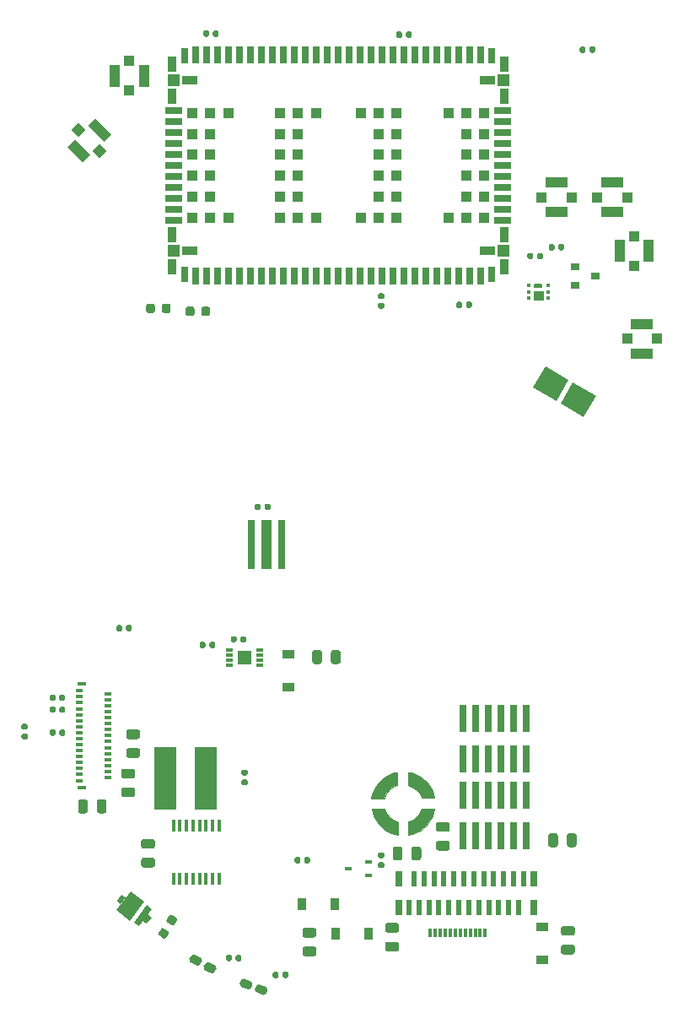
<source format=gbr>
G04 #@! TF.GenerationSoftware,KiCad,Pcbnew,5.1.6+dfsg1-1~bpo10+1*
G04 #@! TF.CreationDate,2021-06-28T17:41:37-04:00*
G04 #@! TF.ProjectId,RUSP_Mainboard,52555350-5f4d-4616-996e-626f6172642e,rev?*
G04 #@! TF.SameCoordinates,Original*
G04 #@! TF.FileFunction,Paste,Top*
G04 #@! TF.FilePolarity,Positive*
%FSLAX46Y46*%
G04 Gerber Fmt 4.6, Leading zero omitted, Abs format (unit mm)*
G04 Created by KiCad (PCBNEW 5.1.6+dfsg1-1~bpo10+1) date 2021-06-28 17:41:37*
%MOMM*%
%LPD*%
G01*
G04 APERTURE LIST*
%ADD10C,0.100000*%
%ADD11C,0.010000*%
%ADD12R,1.050000X1.050000*%
%ADD13R,1.750000X0.750000*%
%ADD14R,0.850000X1.550000*%
%ADD15R,0.750000X1.750000*%
%ADD16R,1.150000X1.150000*%
%ADD17R,1.550000X0.850000*%
%ADD18R,0.800000X1.500000*%
%ADD19R,0.950000X0.400000*%
%ADD20R,0.650000X0.300000*%
%ADD21R,0.800000X0.300000*%
%ADD22R,1.000000X1.000000*%
%ADD23R,2.200000X1.050000*%
%ADD24R,1.050000X2.200000*%
%ADD25R,0.740000X2.790000*%
%ADD26R,2.200000X6.300000*%
%ADD27R,0.700000X5.000000*%
%ADD28R,1.000000X5.000000*%
%ADD29R,0.750000X0.300000*%
%ADD30R,1.360000X1.460000*%
%ADD31R,0.450000X0.300000*%
%ADD32R,0.800000X1.600000*%
%ADD33R,0.600000X1.600000*%
%ADD34R,0.350000X0.890000*%
%ADD35R,0.406400X1.270000*%
%ADD36R,1.200000X0.900000*%
%ADD37R,0.900000X1.200000*%
%ADD38R,0.700000X0.450000*%
%ADD39R,0.900000X0.800000*%
G04 APERTURE END LIST*
D10*
G36*
X154875000Y-130925000D02*
G01*
X155225000Y-131050000D01*
X155550000Y-131200000D01*
X155825000Y-131375000D01*
X156075000Y-131575000D01*
X156275000Y-131750000D01*
X156425000Y-131925000D01*
X156625000Y-132175000D01*
X156800000Y-132450000D01*
X156925000Y-132725000D01*
X157075000Y-133100000D01*
X157150000Y-133450000D01*
X155825000Y-133450000D01*
X155750000Y-133200000D01*
X155600000Y-132950000D01*
X155375000Y-132650000D01*
X155025000Y-132375000D01*
X154525000Y-132150000D01*
X154525000Y-130850000D01*
X154875000Y-130925000D01*
G37*
X154875000Y-130925000D02*
X155225000Y-131050000D01*
X155550000Y-131200000D01*
X155825000Y-131375000D01*
X156075000Y-131575000D01*
X156275000Y-131750000D01*
X156425000Y-131925000D01*
X156625000Y-132175000D01*
X156800000Y-132450000D01*
X156925000Y-132725000D01*
X157075000Y-133100000D01*
X157150000Y-133450000D01*
X155825000Y-133450000D01*
X155750000Y-133200000D01*
X155600000Y-132950000D01*
X155375000Y-132650000D01*
X155025000Y-132375000D01*
X154525000Y-132150000D01*
X154525000Y-130850000D01*
X154875000Y-130925000D01*
G36*
X157075000Y-134875000D02*
G01*
X156950000Y-135225000D01*
X156800000Y-135550000D01*
X156625000Y-135825000D01*
X156425000Y-136075000D01*
X156250000Y-136275000D01*
X156075000Y-136425000D01*
X155825000Y-136625000D01*
X155550000Y-136800000D01*
X155275000Y-136925000D01*
X154900000Y-137075000D01*
X154550000Y-137150000D01*
X154550000Y-135825000D01*
X154800000Y-135750000D01*
X155050000Y-135600000D01*
X155350000Y-135375000D01*
X155625000Y-135025000D01*
X155850000Y-134525000D01*
X157150000Y-134525000D01*
X157075000Y-134875000D01*
G37*
X157075000Y-134875000D02*
X156950000Y-135225000D01*
X156800000Y-135550000D01*
X156625000Y-135825000D01*
X156425000Y-136075000D01*
X156250000Y-136275000D01*
X156075000Y-136425000D01*
X155825000Y-136625000D01*
X155550000Y-136800000D01*
X155275000Y-136925000D01*
X154900000Y-137075000D01*
X154550000Y-137150000D01*
X154550000Y-135825000D01*
X154800000Y-135750000D01*
X155050000Y-135600000D01*
X155350000Y-135375000D01*
X155625000Y-135025000D01*
X155850000Y-134525000D01*
X157150000Y-134525000D01*
X157075000Y-134875000D01*
G36*
X153125000Y-137075000D02*
G01*
X152775000Y-136950000D01*
X152450000Y-136800000D01*
X152175000Y-136625000D01*
X151925000Y-136425000D01*
X151725000Y-136250000D01*
X151575000Y-136075000D01*
X151375000Y-135825000D01*
X151200000Y-135550000D01*
X151075000Y-135275000D01*
X150925000Y-134900000D01*
X150850000Y-134550000D01*
X152175000Y-134550000D01*
X152250000Y-134800000D01*
X152400000Y-135050000D01*
X152625000Y-135350000D01*
X152975000Y-135625000D01*
X153475000Y-135850000D01*
X153475000Y-137150000D01*
X153125000Y-137075000D01*
G37*
X153125000Y-137075000D02*
X152775000Y-136950000D01*
X152450000Y-136800000D01*
X152175000Y-136625000D01*
X151925000Y-136425000D01*
X151725000Y-136250000D01*
X151575000Y-136075000D01*
X151375000Y-135825000D01*
X151200000Y-135550000D01*
X151075000Y-135275000D01*
X150925000Y-134900000D01*
X150850000Y-134550000D01*
X152175000Y-134550000D01*
X152250000Y-134800000D01*
X152400000Y-135050000D01*
X152625000Y-135350000D01*
X152975000Y-135625000D01*
X153475000Y-135850000D01*
X153475000Y-137150000D01*
X153125000Y-137075000D01*
G36*
X150900000Y-133125000D02*
G01*
X151025000Y-132775000D01*
X151175000Y-132450000D01*
X151350000Y-132175000D01*
X151550000Y-131925000D01*
X151725000Y-131725000D01*
X151900000Y-131575000D01*
X152150000Y-131375000D01*
X152425000Y-131200000D01*
X152700000Y-131075000D01*
X153075000Y-130925000D01*
X153425000Y-130850000D01*
X153425000Y-132175000D01*
X153175000Y-132250000D01*
X152925000Y-132400000D01*
X152625000Y-132625000D01*
X152350000Y-132975000D01*
X152125000Y-133475000D01*
X150825000Y-133475000D01*
X150900000Y-133125000D01*
G37*
X150900000Y-133125000D02*
X151025000Y-132775000D01*
X151175000Y-132450000D01*
X151350000Y-132175000D01*
X151550000Y-131925000D01*
X151725000Y-131725000D01*
X151900000Y-131575000D01*
X152150000Y-131375000D01*
X152425000Y-131200000D01*
X152700000Y-131075000D01*
X153075000Y-130925000D01*
X153425000Y-130850000D01*
X153425000Y-132175000D01*
X153175000Y-132250000D01*
X152925000Y-132400000D01*
X152625000Y-132625000D01*
X152350000Y-132975000D01*
X152125000Y-133475000D01*
X150825000Y-133475000D01*
X150900000Y-133125000D01*
D11*
G36*
X167205000Y-81905000D02*
G01*
X167805000Y-81905000D01*
X167807617Y-81905069D01*
X167810226Y-81905274D01*
X167812822Y-81905616D01*
X167815396Y-81906093D01*
X167817941Y-81906704D01*
X167820451Y-81907447D01*
X167822918Y-81908321D01*
X167825337Y-81909323D01*
X167827700Y-81910450D01*
X167830000Y-81911699D01*
X167832232Y-81913066D01*
X167834389Y-81914549D01*
X167836466Y-81916143D01*
X167838457Y-81917843D01*
X167840355Y-81919645D01*
X167842157Y-81921543D01*
X167843857Y-81923534D01*
X167845451Y-81925611D01*
X167846934Y-81927768D01*
X167848301Y-81930000D01*
X167849550Y-81932300D01*
X167850677Y-81934663D01*
X167851679Y-81937082D01*
X167852553Y-81939549D01*
X167853296Y-81942059D01*
X167853907Y-81944604D01*
X167854384Y-81947178D01*
X167854726Y-81949774D01*
X167854931Y-81952383D01*
X167855000Y-81955000D01*
X167855000Y-82145000D01*
X167854931Y-82147617D01*
X167854726Y-82150226D01*
X167854384Y-82152822D01*
X167853907Y-82155396D01*
X167853296Y-82157941D01*
X167852553Y-82160451D01*
X167851679Y-82162918D01*
X167850677Y-82165337D01*
X167849550Y-82167700D01*
X167848301Y-82170000D01*
X167846934Y-82172232D01*
X167845451Y-82174389D01*
X167843857Y-82176466D01*
X167842157Y-82178457D01*
X167840355Y-82180355D01*
X167838457Y-82182157D01*
X167836466Y-82183857D01*
X167834389Y-82185451D01*
X167832232Y-82186934D01*
X167830000Y-82188301D01*
X167827700Y-82189550D01*
X167825337Y-82190677D01*
X167822918Y-82191679D01*
X167820451Y-82192553D01*
X167817941Y-82193296D01*
X167815396Y-82193907D01*
X167812822Y-82194384D01*
X167810226Y-82194726D01*
X167807617Y-82194931D01*
X167805000Y-82195000D01*
X167205000Y-82195000D01*
X167202383Y-82194931D01*
X167199774Y-82194726D01*
X167197178Y-82194384D01*
X167194604Y-82193907D01*
X167192059Y-82193296D01*
X167189549Y-82192553D01*
X167187082Y-82191679D01*
X167184663Y-82190677D01*
X167182300Y-82189550D01*
X167180000Y-82188301D01*
X167177768Y-82186934D01*
X167175611Y-82185451D01*
X167173534Y-82183857D01*
X167171543Y-82182157D01*
X167169645Y-82180355D01*
X167167843Y-82178457D01*
X167166143Y-82176466D01*
X167164549Y-82174389D01*
X167163066Y-82172232D01*
X167161699Y-82170000D01*
X167160450Y-82167700D01*
X167159323Y-82165337D01*
X167158321Y-82162918D01*
X167157447Y-82160451D01*
X167156704Y-82157941D01*
X167156093Y-82155396D01*
X167155616Y-82152822D01*
X167155274Y-82150226D01*
X167155069Y-82147617D01*
X167155000Y-82145000D01*
X167155000Y-81955000D01*
X167155069Y-81952383D01*
X167155274Y-81949774D01*
X167155616Y-81947178D01*
X167156093Y-81944604D01*
X167156704Y-81942059D01*
X167157447Y-81939549D01*
X167158321Y-81937082D01*
X167159323Y-81934663D01*
X167160450Y-81932300D01*
X167161699Y-81930000D01*
X167163066Y-81927768D01*
X167164549Y-81925611D01*
X167166143Y-81923534D01*
X167167843Y-81921543D01*
X167169645Y-81919645D01*
X167171543Y-81917843D01*
X167173534Y-81916143D01*
X167175611Y-81914549D01*
X167177768Y-81913066D01*
X167180000Y-81911699D01*
X167182300Y-81910450D01*
X167184663Y-81909323D01*
X167187082Y-81908321D01*
X167189549Y-81907447D01*
X167192059Y-81906704D01*
X167194604Y-81906093D01*
X167197178Y-81905616D01*
X167199774Y-81905274D01*
X167202383Y-81905069D01*
X167205000Y-81905000D01*
G37*
X167205000Y-81905000D02*
X167805000Y-81905000D01*
X167807617Y-81905069D01*
X167810226Y-81905274D01*
X167812822Y-81905616D01*
X167815396Y-81906093D01*
X167817941Y-81906704D01*
X167820451Y-81907447D01*
X167822918Y-81908321D01*
X167825337Y-81909323D01*
X167827700Y-81910450D01*
X167830000Y-81911699D01*
X167832232Y-81913066D01*
X167834389Y-81914549D01*
X167836466Y-81916143D01*
X167838457Y-81917843D01*
X167840355Y-81919645D01*
X167842157Y-81921543D01*
X167843857Y-81923534D01*
X167845451Y-81925611D01*
X167846934Y-81927768D01*
X167848301Y-81930000D01*
X167849550Y-81932300D01*
X167850677Y-81934663D01*
X167851679Y-81937082D01*
X167852553Y-81939549D01*
X167853296Y-81942059D01*
X167853907Y-81944604D01*
X167854384Y-81947178D01*
X167854726Y-81949774D01*
X167854931Y-81952383D01*
X167855000Y-81955000D01*
X167855000Y-82145000D01*
X167854931Y-82147617D01*
X167854726Y-82150226D01*
X167854384Y-82152822D01*
X167853907Y-82155396D01*
X167853296Y-82157941D01*
X167852553Y-82160451D01*
X167851679Y-82162918D01*
X167850677Y-82165337D01*
X167849550Y-82167700D01*
X167848301Y-82170000D01*
X167846934Y-82172232D01*
X167845451Y-82174389D01*
X167843857Y-82176466D01*
X167842157Y-82178457D01*
X167840355Y-82180355D01*
X167838457Y-82182157D01*
X167836466Y-82183857D01*
X167834389Y-82185451D01*
X167832232Y-82186934D01*
X167830000Y-82188301D01*
X167827700Y-82189550D01*
X167825337Y-82190677D01*
X167822918Y-82191679D01*
X167820451Y-82192553D01*
X167817941Y-82193296D01*
X167815396Y-82193907D01*
X167812822Y-82194384D01*
X167810226Y-82194726D01*
X167807617Y-82194931D01*
X167805000Y-82195000D01*
X167205000Y-82195000D01*
X167202383Y-82194931D01*
X167199774Y-82194726D01*
X167197178Y-82194384D01*
X167194604Y-82193907D01*
X167192059Y-82193296D01*
X167189549Y-82192553D01*
X167187082Y-82191679D01*
X167184663Y-82190677D01*
X167182300Y-82189550D01*
X167180000Y-82188301D01*
X167177768Y-82186934D01*
X167175611Y-82185451D01*
X167173534Y-82183857D01*
X167171543Y-82182157D01*
X167169645Y-82180355D01*
X167167843Y-82178457D01*
X167166143Y-82176466D01*
X167164549Y-82174389D01*
X167163066Y-82172232D01*
X167161699Y-82170000D01*
X167160450Y-82167700D01*
X167159323Y-82165337D01*
X167158321Y-82162918D01*
X167157447Y-82160451D01*
X167156704Y-82157941D01*
X167156093Y-82155396D01*
X167155616Y-82152822D01*
X167155274Y-82150226D01*
X167155069Y-82147617D01*
X167155000Y-82145000D01*
X167155000Y-81955000D01*
X167155069Y-81952383D01*
X167155274Y-81949774D01*
X167155616Y-81947178D01*
X167156093Y-81944604D01*
X167156704Y-81942059D01*
X167157447Y-81939549D01*
X167158321Y-81937082D01*
X167159323Y-81934663D01*
X167160450Y-81932300D01*
X167161699Y-81930000D01*
X167163066Y-81927768D01*
X167164549Y-81925611D01*
X167166143Y-81923534D01*
X167167843Y-81921543D01*
X167169645Y-81919645D01*
X167171543Y-81917843D01*
X167173534Y-81916143D01*
X167175611Y-81914549D01*
X167177768Y-81913066D01*
X167180000Y-81911699D01*
X167182300Y-81910450D01*
X167184663Y-81909323D01*
X167187082Y-81908321D01*
X167189549Y-81907447D01*
X167192059Y-81906704D01*
X167194604Y-81906093D01*
X167197178Y-81905616D01*
X167199774Y-81905274D01*
X167202383Y-81905069D01*
X167205000Y-81905000D01*
G36*
X168000000Y-83455000D02*
G01*
X167200000Y-83455000D01*
X167197383Y-83454931D01*
X167194774Y-83454726D01*
X167192178Y-83454384D01*
X167189604Y-83453907D01*
X167187059Y-83453296D01*
X167184549Y-83452553D01*
X167182082Y-83451679D01*
X167179663Y-83450677D01*
X167177300Y-83449550D01*
X167175000Y-83448301D01*
X167172768Y-83446934D01*
X167170611Y-83445451D01*
X167168534Y-83443857D01*
X167166543Y-83442157D01*
X167164645Y-83440355D01*
X167162843Y-83438457D01*
X167161143Y-83436466D01*
X167159549Y-83434389D01*
X167158066Y-83432232D01*
X167156699Y-83430000D01*
X167155450Y-83427700D01*
X167154323Y-83425337D01*
X167153321Y-83422918D01*
X167152447Y-83420451D01*
X167151704Y-83417941D01*
X167151093Y-83415396D01*
X167150616Y-83412822D01*
X167150274Y-83410226D01*
X167150069Y-83407617D01*
X167150000Y-83405000D01*
X167150000Y-82645000D01*
X167150069Y-82642383D01*
X167150274Y-82639774D01*
X167150616Y-82637178D01*
X167151093Y-82634604D01*
X167151704Y-82632059D01*
X167152447Y-82629549D01*
X167153321Y-82627082D01*
X167154323Y-82624663D01*
X167155450Y-82622300D01*
X167156699Y-82620000D01*
X167158066Y-82617768D01*
X167159549Y-82615611D01*
X167161143Y-82613534D01*
X167162843Y-82611543D01*
X167164645Y-82609645D01*
X167166543Y-82607843D01*
X167168534Y-82606143D01*
X167170611Y-82604549D01*
X167172768Y-82603066D01*
X167175000Y-82601699D01*
X167177300Y-82600450D01*
X167179663Y-82599323D01*
X167182082Y-82598321D01*
X167184549Y-82597447D01*
X167187059Y-82596704D01*
X167189604Y-82596093D01*
X167192178Y-82595616D01*
X167194774Y-82595274D01*
X167197383Y-82595069D01*
X167200000Y-82595000D01*
X168000000Y-82595000D01*
X168002617Y-82595069D01*
X168005226Y-82595274D01*
X168007822Y-82595616D01*
X168010396Y-82596093D01*
X168012941Y-82596704D01*
X168015451Y-82597447D01*
X168017918Y-82598321D01*
X168020337Y-82599323D01*
X168022700Y-82600450D01*
X168025000Y-82601699D01*
X168027232Y-82603066D01*
X168029389Y-82604549D01*
X168031466Y-82606143D01*
X168033457Y-82607843D01*
X168035355Y-82609645D01*
X168037157Y-82611543D01*
X168038857Y-82613534D01*
X168040451Y-82615611D01*
X168041934Y-82617768D01*
X168043301Y-82620000D01*
X168044550Y-82622300D01*
X168045677Y-82624663D01*
X168046679Y-82627082D01*
X168047553Y-82629549D01*
X168048296Y-82632059D01*
X168048907Y-82634604D01*
X168049384Y-82637178D01*
X168049726Y-82639774D01*
X168049931Y-82642383D01*
X168050000Y-82645000D01*
X168050000Y-83405000D01*
X168049931Y-83407617D01*
X168049726Y-83410226D01*
X168049384Y-83412822D01*
X168048907Y-83415396D01*
X168048296Y-83417941D01*
X168047553Y-83420451D01*
X168046679Y-83422918D01*
X168045677Y-83425337D01*
X168044550Y-83427700D01*
X168043301Y-83430000D01*
X168041934Y-83432232D01*
X168040451Y-83434389D01*
X168038857Y-83436466D01*
X168037157Y-83438457D01*
X168035355Y-83440355D01*
X168033457Y-83442157D01*
X168031466Y-83443857D01*
X168029389Y-83445451D01*
X168027232Y-83446934D01*
X168025000Y-83448301D01*
X168022700Y-83449550D01*
X168020337Y-83450677D01*
X168017918Y-83451679D01*
X168015451Y-83452553D01*
X168012941Y-83453296D01*
X168010396Y-83453907D01*
X168007822Y-83454384D01*
X168005226Y-83454726D01*
X168002617Y-83454931D01*
X168000000Y-83455000D01*
G37*
X168000000Y-83455000D02*
X167200000Y-83455000D01*
X167197383Y-83454931D01*
X167194774Y-83454726D01*
X167192178Y-83454384D01*
X167189604Y-83453907D01*
X167187059Y-83453296D01*
X167184549Y-83452553D01*
X167182082Y-83451679D01*
X167179663Y-83450677D01*
X167177300Y-83449550D01*
X167175000Y-83448301D01*
X167172768Y-83446934D01*
X167170611Y-83445451D01*
X167168534Y-83443857D01*
X167166543Y-83442157D01*
X167164645Y-83440355D01*
X167162843Y-83438457D01*
X167161143Y-83436466D01*
X167159549Y-83434389D01*
X167158066Y-83432232D01*
X167156699Y-83430000D01*
X167155450Y-83427700D01*
X167154323Y-83425337D01*
X167153321Y-83422918D01*
X167152447Y-83420451D01*
X167151704Y-83417941D01*
X167151093Y-83415396D01*
X167150616Y-83412822D01*
X167150274Y-83410226D01*
X167150069Y-83407617D01*
X167150000Y-83405000D01*
X167150000Y-82645000D01*
X167150069Y-82642383D01*
X167150274Y-82639774D01*
X167150616Y-82637178D01*
X167151093Y-82634604D01*
X167151704Y-82632059D01*
X167152447Y-82629549D01*
X167153321Y-82627082D01*
X167154323Y-82624663D01*
X167155450Y-82622300D01*
X167156699Y-82620000D01*
X167158066Y-82617768D01*
X167159549Y-82615611D01*
X167161143Y-82613534D01*
X167162843Y-82611543D01*
X167164645Y-82609645D01*
X167166543Y-82607843D01*
X167168534Y-82606143D01*
X167170611Y-82604549D01*
X167172768Y-82603066D01*
X167175000Y-82601699D01*
X167177300Y-82600450D01*
X167179663Y-82599323D01*
X167182082Y-82598321D01*
X167184549Y-82597447D01*
X167187059Y-82596704D01*
X167189604Y-82596093D01*
X167192178Y-82595616D01*
X167194774Y-82595274D01*
X167197383Y-82595069D01*
X167200000Y-82595000D01*
X168000000Y-82595000D01*
X168002617Y-82595069D01*
X168005226Y-82595274D01*
X168007822Y-82595616D01*
X168010396Y-82596093D01*
X168012941Y-82596704D01*
X168015451Y-82597447D01*
X168017918Y-82598321D01*
X168020337Y-82599323D01*
X168022700Y-82600450D01*
X168025000Y-82601699D01*
X168027232Y-82603066D01*
X168029389Y-82604549D01*
X168031466Y-82606143D01*
X168033457Y-82607843D01*
X168035355Y-82609645D01*
X168037157Y-82611543D01*
X168038857Y-82613534D01*
X168040451Y-82615611D01*
X168041934Y-82617768D01*
X168043301Y-82620000D01*
X168044550Y-82622300D01*
X168045677Y-82624663D01*
X168046679Y-82627082D01*
X168047553Y-82629549D01*
X168048296Y-82632059D01*
X168048907Y-82634604D01*
X168049384Y-82637178D01*
X168049726Y-82639774D01*
X168049931Y-82642383D01*
X168050000Y-82645000D01*
X168050000Y-83405000D01*
X168049931Y-83407617D01*
X168049726Y-83410226D01*
X168049384Y-83412822D01*
X168048907Y-83415396D01*
X168048296Y-83417941D01*
X168047553Y-83420451D01*
X168046679Y-83422918D01*
X168045677Y-83425337D01*
X168044550Y-83427700D01*
X168043301Y-83430000D01*
X168041934Y-83432232D01*
X168040451Y-83434389D01*
X168038857Y-83436466D01*
X168037157Y-83438457D01*
X168035355Y-83440355D01*
X168033457Y-83442157D01*
X168031466Y-83443857D01*
X168029389Y-83445451D01*
X168027232Y-83446934D01*
X168025000Y-83448301D01*
X168022700Y-83449550D01*
X168020337Y-83450677D01*
X168017918Y-83451679D01*
X168015451Y-83452553D01*
X168012941Y-83453296D01*
X168010396Y-83453907D01*
X168007822Y-83454384D01*
X168005226Y-83454726D01*
X168002617Y-83454931D01*
X168000000Y-83455000D01*
D12*
X162150000Y-71050000D03*
X158550000Y-75250000D03*
X160350000Y-68950000D03*
X162150000Y-66850000D03*
X160350000Y-71050000D03*
X158550000Y-64750000D03*
X160350000Y-75250000D03*
X162150000Y-73150000D03*
X160350000Y-64750000D03*
X162150000Y-75250000D03*
X162150000Y-64750000D03*
X162150000Y-68950000D03*
X160350000Y-73150000D03*
X160350000Y-66850000D03*
X153350000Y-64750000D03*
X151550000Y-75250000D03*
X151550000Y-73150000D03*
X151550000Y-66850000D03*
X151550000Y-68950000D03*
X151550000Y-64750000D03*
X153350000Y-68950000D03*
X153350000Y-73150000D03*
X153350000Y-75250000D03*
X149750000Y-64750000D03*
X153350000Y-71050000D03*
X151550000Y-71050000D03*
X153350000Y-66850000D03*
X149750000Y-75250000D03*
X145250000Y-64750000D03*
X141650000Y-64750000D03*
X141650000Y-68950000D03*
X143450000Y-71050000D03*
X141650000Y-73150000D03*
X143450000Y-68950000D03*
X143450000Y-75250000D03*
X141650000Y-75250000D03*
X143450000Y-64750000D03*
X145250000Y-75250000D03*
X143450000Y-73150000D03*
X143450000Y-66850000D03*
X141650000Y-66850000D03*
X141650000Y-71050000D03*
X136450000Y-75250000D03*
X132850000Y-73150000D03*
X134650000Y-73150000D03*
X134650000Y-71050000D03*
X132850000Y-75250000D03*
X132850000Y-71050000D03*
X134650000Y-75250000D03*
X136450000Y-64750000D03*
X134650000Y-66850000D03*
X134650000Y-64750000D03*
X134650000Y-68950000D03*
X132850000Y-68950000D03*
X132850000Y-66850000D03*
X132850000Y-64750000D03*
D13*
X131000000Y-64500000D03*
X131000000Y-71100000D03*
X131000000Y-66700000D03*
X131000000Y-72200000D03*
X131000000Y-67800000D03*
X131000000Y-73300000D03*
X131000000Y-65600000D03*
X131000000Y-70000000D03*
X131000000Y-75500000D03*
X131000000Y-74400000D03*
X131000000Y-68900000D03*
X164000000Y-64500000D03*
X164000000Y-71100000D03*
X164000000Y-66700000D03*
X164000000Y-72200000D03*
X164000000Y-67800000D03*
X164000000Y-73300000D03*
X164000000Y-65600000D03*
X164000000Y-70000000D03*
X164000000Y-75500000D03*
X164000000Y-74400000D03*
X164000000Y-68900000D03*
D14*
X164200000Y-59850000D03*
D15*
X155200000Y-58900000D03*
X150800000Y-58900000D03*
X138700000Y-58900000D03*
X160700000Y-58900000D03*
X140900000Y-58900000D03*
X134300000Y-58900000D03*
X145300000Y-58900000D03*
X142000000Y-58900000D03*
X153000000Y-58900000D03*
X157400000Y-58900000D03*
X151900000Y-58900000D03*
D16*
X164050000Y-61450000D03*
D14*
X130800000Y-59850000D03*
D15*
X148600000Y-58900000D03*
X161800000Y-58900000D03*
X147500000Y-58900000D03*
X135400000Y-58900000D03*
X156300000Y-58900000D03*
D17*
X132550000Y-61450000D03*
D14*
X130800000Y-63050000D03*
D16*
X130950000Y-61450000D03*
D14*
X164200000Y-63050000D03*
D15*
X139800000Y-58900000D03*
D18*
X132100000Y-59050000D03*
D17*
X162450000Y-61450000D03*
D15*
X149700000Y-58900000D03*
X158500000Y-58900000D03*
X146400000Y-58900000D03*
X137600000Y-58900000D03*
X133200000Y-58900000D03*
X136500000Y-58900000D03*
X144200000Y-58900000D03*
X154100000Y-58900000D03*
X159600000Y-58900000D03*
D18*
X162900000Y-59050000D03*
D15*
X143100000Y-58900000D03*
D16*
X164050000Y-78550000D03*
D14*
X164200000Y-80150000D03*
X164200000Y-76950000D03*
D17*
X162450000Y-78550000D03*
D18*
X132100000Y-80950000D03*
D15*
X133200000Y-81100000D03*
X134300000Y-81100000D03*
X135400000Y-81100000D03*
X136500000Y-81100000D03*
X137600000Y-81100000D03*
X138700000Y-81100000D03*
X139800000Y-81100000D03*
X140900000Y-81100000D03*
X142000000Y-81100000D03*
X143100000Y-81100000D03*
X144200000Y-81100000D03*
X145300000Y-81100000D03*
X146400000Y-81100000D03*
X147500000Y-81100000D03*
X148600000Y-81100000D03*
X149700000Y-81100000D03*
X150800000Y-81100000D03*
X151900000Y-81100000D03*
X153000000Y-81100000D03*
X154100000Y-81100000D03*
X155200000Y-81100000D03*
X156300000Y-81100000D03*
X157400000Y-81100000D03*
X158500000Y-81100000D03*
X159600000Y-81100000D03*
X160700000Y-81100000D03*
X161800000Y-81100000D03*
D18*
X162900000Y-80950000D03*
D14*
X130800000Y-76950000D03*
D16*
X130950000Y-78550000D03*
D17*
X132550000Y-78550000D03*
D14*
X130800000Y-80150000D03*
D19*
X121775000Y-132400000D03*
X121775000Y-122000000D03*
D20*
X124375000Y-131400000D03*
X124375000Y-130800000D03*
X124375000Y-130200000D03*
X124375000Y-129600000D03*
X124375000Y-129000000D03*
X124375000Y-128400000D03*
X124375000Y-127800000D03*
X124375000Y-127200000D03*
X124375000Y-126600000D03*
X124375000Y-126000000D03*
X124375000Y-125400000D03*
X124375000Y-124800000D03*
X124375000Y-124200000D03*
X124375000Y-123600000D03*
X124375000Y-123000000D03*
D21*
X121500000Y-131700000D03*
X121500000Y-131100000D03*
X121500000Y-130500000D03*
X121500000Y-129900000D03*
X121500000Y-129300000D03*
X121500000Y-128700000D03*
X121500000Y-128100000D03*
X121500000Y-127500000D03*
X121500000Y-126900000D03*
X121500000Y-126300000D03*
X121500000Y-125700000D03*
X121500000Y-125100000D03*
X121500000Y-124500000D03*
X121500000Y-123900000D03*
X121500000Y-123300000D03*
X121500000Y-122700000D03*
G36*
G01*
X119110000Y-124427500D02*
X119110000Y-124772500D01*
G75*
G02*
X118962500Y-124920000I-147500J0D01*
G01*
X118667500Y-124920000D01*
G75*
G02*
X118520000Y-124772500I0J147500D01*
G01*
X118520000Y-124427500D01*
G75*
G02*
X118667500Y-124280000I147500J0D01*
G01*
X118962500Y-124280000D01*
G75*
G02*
X119110000Y-124427500I0J-147500D01*
G01*
G37*
G36*
G01*
X120080000Y-124427500D02*
X120080000Y-124772500D01*
G75*
G02*
X119932500Y-124920000I-147500J0D01*
G01*
X119637500Y-124920000D01*
G75*
G02*
X119490000Y-124772500I0J147500D01*
G01*
X119490000Y-124427500D01*
G75*
G02*
X119637500Y-124280000I147500J0D01*
G01*
X119932500Y-124280000D01*
G75*
G02*
X120080000Y-124427500I0J-147500D01*
G01*
G37*
G36*
G01*
X119490000Y-123572500D02*
X119490000Y-123227500D01*
G75*
G02*
X119637500Y-123080000I147500J0D01*
G01*
X119932500Y-123080000D01*
G75*
G02*
X120080000Y-123227500I0J-147500D01*
G01*
X120080000Y-123572500D01*
G75*
G02*
X119932500Y-123720000I-147500J0D01*
G01*
X119637500Y-123720000D01*
G75*
G02*
X119490000Y-123572500I0J147500D01*
G01*
G37*
G36*
G01*
X118520000Y-123572500D02*
X118520000Y-123227500D01*
G75*
G02*
X118667500Y-123080000I147500J0D01*
G01*
X118962500Y-123080000D01*
G75*
G02*
X119110000Y-123227500I0J-147500D01*
G01*
X119110000Y-123572500D01*
G75*
G02*
X118962500Y-123720000I-147500J0D01*
G01*
X118667500Y-123720000D01*
G75*
G02*
X118520000Y-123572500I0J147500D01*
G01*
G37*
G36*
G01*
X123250000Y-134756250D02*
X123250000Y-133843750D01*
G75*
G02*
X123493750Y-133600000I243750J0D01*
G01*
X123981250Y-133600000D01*
G75*
G02*
X124225000Y-133843750I0J-243750D01*
G01*
X124225000Y-134756250D01*
G75*
G02*
X123981250Y-135000000I-243750J0D01*
G01*
X123493750Y-135000000D01*
G75*
G02*
X123250000Y-134756250I0J243750D01*
G01*
G37*
G36*
G01*
X121375000Y-134756250D02*
X121375000Y-133843750D01*
G75*
G02*
X121618750Y-133600000I243750J0D01*
G01*
X122106250Y-133600000D01*
G75*
G02*
X122350000Y-133843750I0J-243750D01*
G01*
X122350000Y-134756250D01*
G75*
G02*
X122106250Y-135000000I-243750J0D01*
G01*
X121618750Y-135000000D01*
G75*
G02*
X121375000Y-134756250I0J243750D01*
G01*
G37*
G36*
G01*
X119490000Y-127072500D02*
X119490000Y-126727500D01*
G75*
G02*
X119637500Y-126580000I147500J0D01*
G01*
X119932500Y-126580000D01*
G75*
G02*
X120080000Y-126727500I0J-147500D01*
G01*
X120080000Y-127072500D01*
G75*
G02*
X119932500Y-127220000I-147500J0D01*
G01*
X119637500Y-127220000D01*
G75*
G02*
X119490000Y-127072500I0J147500D01*
G01*
G37*
G36*
G01*
X118520000Y-127072500D02*
X118520000Y-126727500D01*
G75*
G02*
X118667500Y-126580000I147500J0D01*
G01*
X118962500Y-126580000D01*
G75*
G02*
X119110000Y-126727500I0J-147500D01*
G01*
X119110000Y-127072500D01*
G75*
G02*
X118962500Y-127220000I-147500J0D01*
G01*
X118667500Y-127220000D01*
G75*
G02*
X118520000Y-127072500I0J147500D01*
G01*
G37*
G36*
G01*
X125943750Y-132387500D02*
X126856250Y-132387500D01*
G75*
G02*
X127100000Y-132631250I0J-243750D01*
G01*
X127100000Y-133118750D01*
G75*
G02*
X126856250Y-133362500I-243750J0D01*
G01*
X125943750Y-133362500D01*
G75*
G02*
X125700000Y-133118750I0J243750D01*
G01*
X125700000Y-132631250D01*
G75*
G02*
X125943750Y-132387500I243750J0D01*
G01*
G37*
G36*
G01*
X125943750Y-130512500D02*
X126856250Y-130512500D01*
G75*
G02*
X127100000Y-130756250I0J-243750D01*
G01*
X127100000Y-131243750D01*
G75*
G02*
X126856250Y-131487500I-243750J0D01*
G01*
X125943750Y-131487500D01*
G75*
G02*
X125700000Y-131243750I0J243750D01*
G01*
X125700000Y-130756250D01*
G75*
G02*
X125943750Y-130512500I243750J0D01*
G01*
G37*
G36*
G01*
X126443750Y-128450000D02*
X127356250Y-128450000D01*
G75*
G02*
X127600000Y-128693750I0J-243750D01*
G01*
X127600000Y-129181250D01*
G75*
G02*
X127356250Y-129425000I-243750J0D01*
G01*
X126443750Y-129425000D01*
G75*
G02*
X126200000Y-129181250I0J243750D01*
G01*
X126200000Y-128693750D01*
G75*
G02*
X126443750Y-128450000I243750J0D01*
G01*
G37*
G36*
G01*
X126443750Y-126575000D02*
X127356250Y-126575000D01*
G75*
G02*
X127600000Y-126818750I0J-243750D01*
G01*
X127600000Y-127306250D01*
G75*
G02*
X127356250Y-127550000I-243750J0D01*
G01*
X126443750Y-127550000D01*
G75*
G02*
X126200000Y-127306250I0J243750D01*
G01*
X126200000Y-126818750D01*
G75*
G02*
X126443750Y-126575000I243750J0D01*
G01*
G37*
D10*
G36*
X128276682Y-146062903D02*
G01*
X127877364Y-145761995D01*
X128358816Y-145123087D01*
X128758134Y-145423995D01*
X128276682Y-146062903D01*
G37*
G36*
X127471139Y-146301075D02*
G01*
X126991957Y-145939986D01*
X128285859Y-144222919D01*
X128765041Y-144584008D01*
X127471139Y-146301075D01*
G37*
G36*
X125661150Y-144091959D02*
G01*
X125261832Y-143791051D01*
X125743284Y-143152143D01*
X126142602Y-143453051D01*
X125661150Y-144091959D01*
G37*
G36*
X126577310Y-145784043D02*
G01*
X125179698Y-144730866D01*
X126624054Y-142814141D01*
X128021666Y-143867318D01*
X126577310Y-145784043D01*
G37*
G36*
G01*
X130776713Y-146210050D02*
X130342088Y-145938467D01*
G75*
G02*
X130272497Y-145637036I115920J185511D01*
G01*
X130504337Y-145266015D01*
G75*
G02*
X130805768Y-145196424I185511J-115920D01*
G01*
X131240392Y-145468007D01*
G75*
G02*
X131309983Y-145769438I-115920J-185511D01*
G01*
X131078143Y-146140459D01*
G75*
G02*
X130776712Y-146210050I-185511J115920D01*
G01*
G37*
G36*
G01*
X129942091Y-147545726D02*
X129507466Y-147274143D01*
G75*
G02*
X129437875Y-146972712I115920J185511D01*
G01*
X129669715Y-146601691D01*
G75*
G02*
X129971146Y-146532100I185511J-115920D01*
G01*
X130405770Y-146803683D01*
G75*
G02*
X130475361Y-147105114I-115920J-185511D01*
G01*
X130243521Y-147476135D01*
G75*
G02*
X129942090Y-147545726I-185511J115920D01*
G01*
G37*
G36*
G01*
X129787500Y-84606250D02*
X129787500Y-84093750D01*
G75*
G02*
X130006250Y-83875000I218750J0D01*
G01*
X130443750Y-83875000D01*
G75*
G02*
X130662500Y-84093750I0J-218750D01*
G01*
X130662500Y-84606250D01*
G75*
G02*
X130443750Y-84825000I-218750J0D01*
G01*
X130006250Y-84825000D01*
G75*
G02*
X129787500Y-84606250I0J218750D01*
G01*
G37*
G36*
G01*
X128212500Y-84606250D02*
X128212500Y-84093750D01*
G75*
G02*
X128431250Y-83875000I218750J0D01*
G01*
X128868750Y-83875000D01*
G75*
G02*
X129087500Y-84093750I0J-218750D01*
G01*
X129087500Y-84606250D01*
G75*
G02*
X128868750Y-84825000I-218750J0D01*
G01*
X128431250Y-84825000D01*
G75*
G02*
X128212500Y-84606250I0J218750D01*
G01*
G37*
G36*
G01*
X133750000Y-84906250D02*
X133750000Y-84393750D01*
G75*
G02*
X133968750Y-84175000I218750J0D01*
G01*
X134406250Y-84175000D01*
G75*
G02*
X134625000Y-84393750I0J-218750D01*
G01*
X134625000Y-84906250D01*
G75*
G02*
X134406250Y-85125000I-218750J0D01*
G01*
X133968750Y-85125000D01*
G75*
G02*
X133750000Y-84906250I0J218750D01*
G01*
G37*
G36*
G01*
X132175000Y-84906250D02*
X132175000Y-84393750D01*
G75*
G02*
X132393750Y-84175000I218750J0D01*
G01*
X132831250Y-84175000D01*
G75*
G02*
X133050000Y-84393750I0J-218750D01*
G01*
X133050000Y-84906250D01*
G75*
G02*
X132831250Y-85125000I-218750J0D01*
G01*
X132393750Y-85125000D01*
G75*
G02*
X132175000Y-84906250I0J218750D01*
G01*
G37*
D22*
X176500000Y-87400000D03*
X179500000Y-87400000D03*
D23*
X178000000Y-88875000D03*
X178000000Y-85925000D03*
D22*
X177200000Y-77100000D03*
X177200000Y-80100000D03*
D24*
X175725000Y-78600000D03*
X178675000Y-78600000D03*
D22*
X173500000Y-73200000D03*
X176500000Y-73200000D03*
D23*
X175000000Y-74675000D03*
X175000000Y-71725000D03*
D22*
X167900000Y-73200000D03*
X170900000Y-73200000D03*
D23*
X169400000Y-74675000D03*
X169400000Y-71725000D03*
D25*
X166375000Y-137235000D03*
X165105000Y-137235000D03*
X166375000Y-133165000D03*
X165105000Y-133165000D03*
X163835000Y-137235000D03*
X162565000Y-137235000D03*
X163835000Y-133165000D03*
X162565000Y-133165000D03*
X161295000Y-133165000D03*
X161295000Y-137235000D03*
X160025000Y-133165000D03*
X160025000Y-137235000D03*
G36*
G01*
X144875000Y-119776250D02*
X144875000Y-118863750D01*
G75*
G02*
X145118750Y-118620000I243750J0D01*
G01*
X145606250Y-118620000D01*
G75*
G02*
X145850000Y-118863750I0J-243750D01*
G01*
X145850000Y-119776250D01*
G75*
G02*
X145606250Y-120020000I-243750J0D01*
G01*
X145118750Y-120020000D01*
G75*
G02*
X144875000Y-119776250I0J243750D01*
G01*
G37*
G36*
G01*
X146750000Y-119776250D02*
X146750000Y-118863750D01*
G75*
G02*
X146993750Y-118620000I243750J0D01*
G01*
X147481250Y-118620000D01*
G75*
G02*
X147725000Y-118863750I0J-243750D01*
G01*
X147725000Y-119776250D01*
G75*
G02*
X147481250Y-120020000I-243750J0D01*
G01*
X146993750Y-120020000D01*
G75*
G02*
X146750000Y-119776250I0J243750D01*
G01*
G37*
D26*
X130100000Y-131500000D03*
X134200000Y-131500000D03*
G36*
G01*
X139710000Y-104077500D02*
X139710000Y-104422500D01*
G75*
G02*
X139562500Y-104570000I-147500J0D01*
G01*
X139267500Y-104570000D01*
G75*
G02*
X139120000Y-104422500I0J147500D01*
G01*
X139120000Y-104077500D01*
G75*
G02*
X139267500Y-103930000I147500J0D01*
G01*
X139562500Y-103930000D01*
G75*
G02*
X139710000Y-104077500I0J-147500D01*
G01*
G37*
G36*
G01*
X140680000Y-104077500D02*
X140680000Y-104422500D01*
G75*
G02*
X140532500Y-104570000I-147500J0D01*
G01*
X140237500Y-104570000D01*
G75*
G02*
X140090000Y-104422500I0J147500D01*
G01*
X140090000Y-104077500D01*
G75*
G02*
X140237500Y-103930000I147500J0D01*
G01*
X140532500Y-103930000D01*
G75*
G02*
X140680000Y-104077500I0J-147500D01*
G01*
G37*
D27*
X141800000Y-108000000D03*
D28*
X140300000Y-108000000D03*
D27*
X138800000Y-108000000D03*
D29*
X136600000Y-118650000D03*
D30*
X138100000Y-119400000D03*
D29*
X136600000Y-119150000D03*
X136600000Y-119650000D03*
X136600000Y-120150000D03*
X139600000Y-120150000D03*
X139600000Y-119650000D03*
X139600000Y-119150000D03*
X139600000Y-118650000D03*
D31*
X166625000Y-83350000D03*
X166625000Y-82700000D03*
X166625000Y-82050000D03*
X168575000Y-82050000D03*
X168575000Y-82700000D03*
X168575000Y-83350000D03*
D32*
X167100000Y-144450000D03*
X167100000Y-141550000D03*
X153600000Y-144450000D03*
X153600000Y-141550000D03*
D33*
X166100000Y-141550000D03*
X165600000Y-144450000D03*
X165100000Y-141550000D03*
X164600000Y-144450000D03*
X164100000Y-141550000D03*
X163600000Y-144450000D03*
X163100000Y-141550000D03*
X162600000Y-144450000D03*
X162100000Y-141550000D03*
X161600000Y-144450000D03*
X161100000Y-141550000D03*
X160600000Y-144450000D03*
X160100000Y-141550000D03*
X159600000Y-144450000D03*
X159100000Y-141550000D03*
X158600000Y-144450000D03*
X158100000Y-141550000D03*
X157600000Y-144450000D03*
X157100000Y-141550000D03*
X156600000Y-144450000D03*
X156100000Y-141550000D03*
X155600000Y-144450000D03*
X155100000Y-141550000D03*
X154600000Y-144450000D03*
D25*
X166375000Y-129535000D03*
X165105000Y-129535000D03*
X166375000Y-125465000D03*
X165105000Y-125465000D03*
X163835000Y-129535000D03*
X162565000Y-129535000D03*
X163835000Y-125465000D03*
X162565000Y-125465000D03*
X161295000Y-125465000D03*
X161295000Y-129535000D03*
X160025000Y-125465000D03*
X160025000Y-129535000D03*
D34*
X162250000Y-147020000D03*
X161750000Y-147020000D03*
X161250000Y-147020000D03*
X160750000Y-147020000D03*
X160250000Y-147020000D03*
X159750000Y-147020000D03*
X159250000Y-147020000D03*
X158750000Y-147020000D03*
X158250000Y-147020000D03*
X157750000Y-147020000D03*
X157250000Y-147020000D03*
X156750000Y-147020000D03*
G36*
G01*
X153950000Y-138563750D02*
X153950000Y-139476250D01*
G75*
G02*
X153706250Y-139720000I-243750J0D01*
G01*
X153218750Y-139720000D01*
G75*
G02*
X152975000Y-139476250I0J243750D01*
G01*
X152975000Y-138563750D01*
G75*
G02*
X153218750Y-138320000I243750J0D01*
G01*
X153706250Y-138320000D01*
G75*
G02*
X153950000Y-138563750I0J-243750D01*
G01*
G37*
G36*
G01*
X155825000Y-138563750D02*
X155825000Y-139476250D01*
G75*
G02*
X155581250Y-139720000I-243750J0D01*
G01*
X155093750Y-139720000D01*
G75*
G02*
X154850000Y-139476250I0J243750D01*
G01*
X154850000Y-138563750D01*
G75*
G02*
X155093750Y-138320000I243750J0D01*
G01*
X155581250Y-138320000D01*
G75*
G02*
X155825000Y-138563750I0J-243750D01*
G01*
G37*
G36*
G01*
X139110563Y-152670059D02*
X139262869Y-152273288D01*
G75*
G02*
X139537408Y-152151055I198386J-76153D01*
G01*
X140284272Y-152437749D01*
G75*
G02*
X140406505Y-152712288I-76153J-198386D01*
G01*
X140254199Y-153109060D01*
G75*
G02*
X139979660Y-153231293I-198386J76153D01*
G01*
X139232796Y-152944599D01*
G75*
G02*
X139110563Y-152670060I76153J198386D01*
G01*
G37*
G36*
G01*
X137593495Y-152087711D02*
X137745801Y-151690940D01*
G75*
G02*
X138020340Y-151568707I198386J-76153D01*
G01*
X138767204Y-151855401D01*
G75*
G02*
X138889437Y-152129940I-76153J-198386D01*
G01*
X138737131Y-152526712D01*
G75*
G02*
X138462592Y-152648945I-198386J76153D01*
G01*
X137715728Y-152362251D01*
G75*
G02*
X137593495Y-152087712I76153J198386D01*
G01*
G37*
G36*
G01*
X133973181Y-150381521D02*
X134172707Y-150006268D01*
G75*
G02*
X134460096Y-149918405I187626J-99763D01*
G01*
X135166454Y-150293982D01*
G75*
G02*
X135254317Y-150581371I-99763J-187626D01*
G01*
X135054791Y-150956624D01*
G75*
G02*
X134767402Y-151044487I-187626J99763D01*
G01*
X134061044Y-150668910D01*
G75*
G02*
X133973181Y-150381521I99763J187626D01*
G01*
G37*
G36*
G01*
X132538391Y-149618629D02*
X132737917Y-149243376D01*
G75*
G02*
X133025306Y-149155513I187626J-99763D01*
G01*
X133731664Y-149531090D01*
G75*
G02*
X133819527Y-149818479I-99763J-187626D01*
G01*
X133620001Y-150193732D01*
G75*
G02*
X133332612Y-150281595I-187626J99763D01*
G01*
X132626254Y-149906018D01*
G75*
G02*
X132538391Y-149618629I99763J187626D01*
G01*
G37*
D35*
X135521000Y-141567000D03*
X134886000Y-141567000D03*
X134225600Y-141567000D03*
X133565200Y-141567000D03*
X132930200Y-141567000D03*
X132269800Y-141567000D03*
X131609400Y-141567000D03*
X130974400Y-141567000D03*
X130974400Y-136233000D03*
X131609400Y-136233000D03*
X132269800Y-136233000D03*
X132930200Y-136233000D03*
X133565200Y-136233000D03*
X134225600Y-136233000D03*
X134886000Y-136233000D03*
X135521000Y-136233000D03*
G36*
G01*
X137927500Y-131590000D02*
X138272500Y-131590000D01*
G75*
G02*
X138420000Y-131737500I0J-147500D01*
G01*
X138420000Y-132032500D01*
G75*
G02*
X138272500Y-132180000I-147500J0D01*
G01*
X137927500Y-132180000D01*
G75*
G02*
X137780000Y-132032500I0J147500D01*
G01*
X137780000Y-131737500D01*
G75*
G02*
X137927500Y-131590000I147500J0D01*
G01*
G37*
G36*
G01*
X137927500Y-130620000D02*
X138272500Y-130620000D01*
G75*
G02*
X138420000Y-130767500I0J-147500D01*
G01*
X138420000Y-131062500D01*
G75*
G02*
X138272500Y-131210000I-147500J0D01*
G01*
X137927500Y-131210000D01*
G75*
G02*
X137780000Y-131062500I0J147500D01*
G01*
X137780000Y-130767500D01*
G75*
G02*
X137927500Y-130620000I147500J0D01*
G01*
G37*
G36*
G01*
X134525000Y-56627500D02*
X134525000Y-56972500D01*
G75*
G02*
X134377500Y-57120000I-147500J0D01*
G01*
X134082500Y-57120000D01*
G75*
G02*
X133935000Y-56972500I0J147500D01*
G01*
X133935000Y-56627500D01*
G75*
G02*
X134082500Y-56480000I147500J0D01*
G01*
X134377500Y-56480000D01*
G75*
G02*
X134525000Y-56627500I0J-147500D01*
G01*
G37*
G36*
G01*
X135495000Y-56627500D02*
X135495000Y-56972500D01*
G75*
G02*
X135347500Y-57120000I-147500J0D01*
G01*
X135052500Y-57120000D01*
G75*
G02*
X134905000Y-56972500I0J147500D01*
G01*
X134905000Y-56627500D01*
G75*
G02*
X135052500Y-56480000I147500J0D01*
G01*
X135347500Y-56480000D01*
G75*
G02*
X135495000Y-56627500I0J-147500D01*
G01*
G37*
G36*
G01*
X153320000Y-57072500D02*
X153320000Y-56727500D01*
G75*
G02*
X153467500Y-56580000I147500J0D01*
G01*
X153762500Y-56580000D01*
G75*
G02*
X153910000Y-56727500I0J-147500D01*
G01*
X153910000Y-57072500D01*
G75*
G02*
X153762500Y-57220000I-147500J0D01*
G01*
X153467500Y-57220000D01*
G75*
G02*
X153320000Y-57072500I0J147500D01*
G01*
G37*
G36*
G01*
X154290000Y-57072500D02*
X154290000Y-56727500D01*
G75*
G02*
X154437500Y-56580000I147500J0D01*
G01*
X154732500Y-56580000D01*
G75*
G02*
X154880000Y-56727500I0J-147500D01*
G01*
X154880000Y-57072500D01*
G75*
G02*
X154732500Y-57220000I-147500J0D01*
G01*
X154437500Y-57220000D01*
G75*
G02*
X154290000Y-57072500I0J147500D01*
G01*
G37*
G36*
G01*
X172705000Y-58572500D02*
X172705000Y-58227500D01*
G75*
G02*
X172852500Y-58080000I147500J0D01*
G01*
X173147500Y-58080000D01*
G75*
G02*
X173295000Y-58227500I0J-147500D01*
G01*
X173295000Y-58572500D01*
G75*
G02*
X173147500Y-58720000I-147500J0D01*
G01*
X172852500Y-58720000D01*
G75*
G02*
X172705000Y-58572500I0J147500D01*
G01*
G37*
G36*
G01*
X171735000Y-58572500D02*
X171735000Y-58227500D01*
G75*
G02*
X171882500Y-58080000I147500J0D01*
G01*
X172177500Y-58080000D01*
G75*
G02*
X172325000Y-58227500I0J-147500D01*
G01*
X172325000Y-58572500D01*
G75*
G02*
X172177500Y-58720000I-147500J0D01*
G01*
X171882500Y-58720000D01*
G75*
G02*
X171735000Y-58572500I0J147500D01*
G01*
G37*
G36*
G01*
X166480000Y-79272500D02*
X166480000Y-78927500D01*
G75*
G02*
X166627500Y-78780000I147500J0D01*
G01*
X166922500Y-78780000D01*
G75*
G02*
X167070000Y-78927500I0J-147500D01*
G01*
X167070000Y-79272500D01*
G75*
G02*
X166922500Y-79420000I-147500J0D01*
G01*
X166627500Y-79420000D01*
G75*
G02*
X166480000Y-79272500I0J147500D01*
G01*
G37*
G36*
G01*
X167450000Y-79272500D02*
X167450000Y-78927500D01*
G75*
G02*
X167597500Y-78780000I147500J0D01*
G01*
X167892500Y-78780000D01*
G75*
G02*
X168040000Y-78927500I0J-147500D01*
G01*
X168040000Y-79272500D01*
G75*
G02*
X167892500Y-79420000I-147500J0D01*
G01*
X167597500Y-79420000D01*
G75*
G02*
X167450000Y-79272500I0J147500D01*
G01*
G37*
G36*
G01*
X160315000Y-84172500D02*
X160315000Y-83827500D01*
G75*
G02*
X160462500Y-83680000I147500J0D01*
G01*
X160757500Y-83680000D01*
G75*
G02*
X160905000Y-83827500I0J-147500D01*
G01*
X160905000Y-84172500D01*
G75*
G02*
X160757500Y-84320000I-147500J0D01*
G01*
X160462500Y-84320000D01*
G75*
G02*
X160315000Y-84172500I0J147500D01*
G01*
G37*
G36*
G01*
X159345000Y-84172500D02*
X159345000Y-83827500D01*
G75*
G02*
X159492500Y-83680000I147500J0D01*
G01*
X159787500Y-83680000D01*
G75*
G02*
X159935000Y-83827500I0J-147500D01*
G01*
X159935000Y-84172500D01*
G75*
G02*
X159787500Y-84320000I-147500J0D01*
G01*
X159492500Y-84320000D01*
G75*
G02*
X159345000Y-84172500I0J147500D01*
G01*
G37*
G36*
G01*
X125810000Y-116247500D02*
X125810000Y-116592500D01*
G75*
G02*
X125662500Y-116740000I-147500J0D01*
G01*
X125367500Y-116740000D01*
G75*
G02*
X125220000Y-116592500I0J147500D01*
G01*
X125220000Y-116247500D01*
G75*
G02*
X125367500Y-116100000I147500J0D01*
G01*
X125662500Y-116100000D01*
G75*
G02*
X125810000Y-116247500I0J-147500D01*
G01*
G37*
G36*
G01*
X126780000Y-116247500D02*
X126780000Y-116592500D01*
G75*
G02*
X126632500Y-116740000I-147500J0D01*
G01*
X126337500Y-116740000D01*
G75*
G02*
X126190000Y-116592500I0J147500D01*
G01*
X126190000Y-116247500D01*
G75*
G02*
X126337500Y-116100000I147500J0D01*
G01*
X126632500Y-116100000D01*
G75*
G02*
X126780000Y-116247500I0J-147500D01*
G01*
G37*
G36*
G01*
X143120000Y-139872500D02*
X143120000Y-139527500D01*
G75*
G02*
X143267500Y-139380000I147500J0D01*
G01*
X143562500Y-139380000D01*
G75*
G02*
X143710000Y-139527500I0J-147500D01*
G01*
X143710000Y-139872500D01*
G75*
G02*
X143562500Y-140020000I-147500J0D01*
G01*
X143267500Y-140020000D01*
G75*
G02*
X143120000Y-139872500I0J147500D01*
G01*
G37*
G36*
G01*
X144090000Y-139872500D02*
X144090000Y-139527500D01*
G75*
G02*
X144237500Y-139380000I147500J0D01*
G01*
X144532500Y-139380000D01*
G75*
G02*
X144680000Y-139527500I0J-147500D01*
G01*
X144680000Y-139872500D01*
G75*
G02*
X144532500Y-140020000I-147500J0D01*
G01*
X144237500Y-140020000D01*
G75*
G02*
X144090000Y-139872500I0J147500D01*
G01*
G37*
D10*
G36*
X121863603Y-69692032D02*
G01*
X120307968Y-68136397D01*
X121050431Y-67393934D01*
X122606066Y-68949569D01*
X121863603Y-69692032D01*
G37*
G36*
X123949569Y-67606066D02*
G01*
X122393934Y-66050431D01*
X123136397Y-65307968D01*
X124692032Y-66863603D01*
X123949569Y-67606066D01*
G37*
G36*
X121439340Y-67146447D02*
G01*
X120732233Y-66439340D01*
X121439340Y-65732233D01*
X122146447Y-66439340D01*
X121439340Y-67146447D01*
G37*
G36*
X123560660Y-69267767D02*
G01*
X122853553Y-68560660D01*
X123560660Y-67853553D01*
X124267767Y-68560660D01*
X123560660Y-69267767D01*
G37*
D22*
X126500000Y-62500000D03*
X126500000Y-59500000D03*
D24*
X127975000Y-61000000D03*
X125025000Y-61000000D03*
G36*
G01*
X115827500Y-126020000D02*
X116172500Y-126020000D01*
G75*
G02*
X116320000Y-126167500I0J-147500D01*
G01*
X116320000Y-126462500D01*
G75*
G02*
X116172500Y-126610000I-147500J0D01*
G01*
X115827500Y-126610000D01*
G75*
G02*
X115680000Y-126462500I0J147500D01*
G01*
X115680000Y-126167500D01*
G75*
G02*
X115827500Y-126020000I147500J0D01*
G01*
G37*
G36*
G01*
X115827500Y-126990000D02*
X116172500Y-126990000D01*
G75*
G02*
X116320000Y-127137500I0J-147500D01*
G01*
X116320000Y-127432500D01*
G75*
G02*
X116172500Y-127580000I-147500J0D01*
G01*
X115827500Y-127580000D01*
G75*
G02*
X115680000Y-127432500I0J147500D01*
G01*
X115680000Y-127137500D01*
G75*
G02*
X115827500Y-126990000I147500J0D01*
G01*
G37*
G36*
G01*
X141510000Y-151027500D02*
X141510000Y-151372500D01*
G75*
G02*
X141362500Y-151520000I-147500J0D01*
G01*
X141067500Y-151520000D01*
G75*
G02*
X140920000Y-151372500I0J147500D01*
G01*
X140920000Y-151027500D01*
G75*
G02*
X141067500Y-150880000I147500J0D01*
G01*
X141362500Y-150880000D01*
G75*
G02*
X141510000Y-151027500I0J-147500D01*
G01*
G37*
G36*
G01*
X142480000Y-151027500D02*
X142480000Y-151372500D01*
G75*
G02*
X142332500Y-151520000I-147500J0D01*
G01*
X142037500Y-151520000D01*
G75*
G02*
X141890000Y-151372500I0J147500D01*
G01*
X141890000Y-151027500D01*
G75*
G02*
X142037500Y-150880000I147500J0D01*
G01*
X142332500Y-150880000D01*
G75*
G02*
X142480000Y-151027500I0J-147500D01*
G01*
G37*
G36*
G01*
X136810000Y-149327500D02*
X136810000Y-149672500D01*
G75*
G02*
X136662500Y-149820000I-147500J0D01*
G01*
X136367500Y-149820000D01*
G75*
G02*
X136220000Y-149672500I0J147500D01*
G01*
X136220000Y-149327500D01*
G75*
G02*
X136367500Y-149180000I147500J0D01*
G01*
X136662500Y-149180000D01*
G75*
G02*
X136810000Y-149327500I0J-147500D01*
G01*
G37*
G36*
G01*
X137780000Y-149327500D02*
X137780000Y-149672500D01*
G75*
G02*
X137632500Y-149820000I-147500J0D01*
G01*
X137337500Y-149820000D01*
G75*
G02*
X137190000Y-149672500I0J147500D01*
G01*
X137190000Y-149327500D01*
G75*
G02*
X137337500Y-149180000I147500J0D01*
G01*
X137632500Y-149180000D01*
G75*
G02*
X137780000Y-149327500I0J-147500D01*
G01*
G37*
G36*
G01*
X134555000Y-118292500D02*
X134555000Y-117947500D01*
G75*
G02*
X134702500Y-117800000I147500J0D01*
G01*
X134997500Y-117800000D01*
G75*
G02*
X135145000Y-117947500I0J-147500D01*
G01*
X135145000Y-118292500D01*
G75*
G02*
X134997500Y-118440000I-147500J0D01*
G01*
X134702500Y-118440000D01*
G75*
G02*
X134555000Y-118292500I0J147500D01*
G01*
G37*
G36*
G01*
X133585000Y-118292500D02*
X133585000Y-117947500D01*
G75*
G02*
X133732500Y-117800000I147500J0D01*
G01*
X134027500Y-117800000D01*
G75*
G02*
X134175000Y-117947500I0J-147500D01*
G01*
X134175000Y-118292500D01*
G75*
G02*
X134027500Y-118440000I-147500J0D01*
G01*
X133732500Y-118440000D01*
G75*
G02*
X133585000Y-118292500I0J147500D01*
G01*
G37*
G36*
G01*
X136695000Y-117722500D02*
X136695000Y-117377500D01*
G75*
G02*
X136842500Y-117230000I147500J0D01*
G01*
X137137500Y-117230000D01*
G75*
G02*
X137285000Y-117377500I0J-147500D01*
G01*
X137285000Y-117722500D01*
G75*
G02*
X137137500Y-117870000I-147500J0D01*
G01*
X136842500Y-117870000D01*
G75*
G02*
X136695000Y-117722500I0J147500D01*
G01*
G37*
G36*
G01*
X137665000Y-117722500D02*
X137665000Y-117377500D01*
G75*
G02*
X137812500Y-117230000I147500J0D01*
G01*
X138107500Y-117230000D01*
G75*
G02*
X138255000Y-117377500I0J-147500D01*
G01*
X138255000Y-117722500D01*
G75*
G02*
X138107500Y-117870000I-147500J0D01*
G01*
X137812500Y-117870000D01*
G75*
G02*
X137665000Y-117722500I0J147500D01*
G01*
G37*
G36*
G01*
X151972500Y-83410000D02*
X151627500Y-83410000D01*
G75*
G02*
X151480000Y-83262500I0J147500D01*
G01*
X151480000Y-82967500D01*
G75*
G02*
X151627500Y-82820000I147500J0D01*
G01*
X151972500Y-82820000D01*
G75*
G02*
X152120000Y-82967500I0J-147500D01*
G01*
X152120000Y-83262500D01*
G75*
G02*
X151972500Y-83410000I-147500J0D01*
G01*
G37*
G36*
G01*
X151972500Y-84380000D02*
X151627500Y-84380000D01*
G75*
G02*
X151480000Y-84232500I0J147500D01*
G01*
X151480000Y-83937500D01*
G75*
G02*
X151627500Y-83790000I147500J0D01*
G01*
X151972500Y-83790000D01*
G75*
G02*
X152120000Y-83937500I0J-147500D01*
G01*
X152120000Y-84232500D01*
G75*
G02*
X151972500Y-84380000I-147500J0D01*
G01*
G37*
D36*
X142450000Y-122350000D03*
X142450000Y-119050000D03*
G36*
G01*
X128856250Y-138550000D02*
X127943750Y-138550000D01*
G75*
G02*
X127700000Y-138306250I0J243750D01*
G01*
X127700000Y-137818750D01*
G75*
G02*
X127943750Y-137575000I243750J0D01*
G01*
X128856250Y-137575000D01*
G75*
G02*
X129100000Y-137818750I0J-243750D01*
G01*
X129100000Y-138306250D01*
G75*
G02*
X128856250Y-138550000I-243750J0D01*
G01*
G37*
G36*
G01*
X128856250Y-140425000D02*
X127943750Y-140425000D01*
G75*
G02*
X127700000Y-140181250I0J243750D01*
G01*
X127700000Y-139693750D01*
G75*
G02*
X127943750Y-139450000I243750J0D01*
G01*
X128856250Y-139450000D01*
G75*
G02*
X129100000Y-139693750I0J-243750D01*
G01*
X129100000Y-140181250D01*
G75*
G02*
X128856250Y-140425000I-243750J0D01*
G01*
G37*
G36*
G01*
X153356250Y-146970000D02*
X152443750Y-146970000D01*
G75*
G02*
X152200000Y-146726250I0J243750D01*
G01*
X152200000Y-146238750D01*
G75*
G02*
X152443750Y-145995000I243750J0D01*
G01*
X153356250Y-145995000D01*
G75*
G02*
X153600000Y-146238750I0J-243750D01*
G01*
X153600000Y-146726250D01*
G75*
G02*
X153356250Y-146970000I-243750J0D01*
G01*
G37*
G36*
G01*
X153356250Y-148845000D02*
X152443750Y-148845000D01*
G75*
G02*
X152200000Y-148601250I0J243750D01*
G01*
X152200000Y-148113750D01*
G75*
G02*
X152443750Y-147870000I243750J0D01*
G01*
X153356250Y-147870000D01*
G75*
G02*
X153600000Y-148113750I0J-243750D01*
G01*
X153600000Y-148601250D01*
G75*
G02*
X153356250Y-148845000I-243750J0D01*
G01*
G37*
G36*
G01*
X145056250Y-149325000D02*
X144143750Y-149325000D01*
G75*
G02*
X143900000Y-149081250I0J243750D01*
G01*
X143900000Y-148593750D01*
G75*
G02*
X144143750Y-148350000I243750J0D01*
G01*
X145056250Y-148350000D01*
G75*
G02*
X145300000Y-148593750I0J-243750D01*
G01*
X145300000Y-149081250D01*
G75*
G02*
X145056250Y-149325000I-243750J0D01*
G01*
G37*
G36*
G01*
X145056250Y-147450000D02*
X144143750Y-147450000D01*
G75*
G02*
X143900000Y-147206250I0J243750D01*
G01*
X143900000Y-146718750D01*
G75*
G02*
X144143750Y-146475000I243750J0D01*
G01*
X145056250Y-146475000D01*
G75*
G02*
X145300000Y-146718750I0J-243750D01*
G01*
X145300000Y-147206250D01*
G75*
G02*
X145056250Y-147450000I-243750J0D01*
G01*
G37*
G36*
G01*
X158456250Y-138725000D02*
X157543750Y-138725000D01*
G75*
G02*
X157300000Y-138481250I0J243750D01*
G01*
X157300000Y-137993750D01*
G75*
G02*
X157543750Y-137750000I243750J0D01*
G01*
X158456250Y-137750000D01*
G75*
G02*
X158700000Y-137993750I0J-243750D01*
G01*
X158700000Y-138481250D01*
G75*
G02*
X158456250Y-138725000I-243750J0D01*
G01*
G37*
G36*
G01*
X158456250Y-136850000D02*
X157543750Y-136850000D01*
G75*
G02*
X157300000Y-136606250I0J243750D01*
G01*
X157300000Y-136118750D01*
G75*
G02*
X157543750Y-135875000I243750J0D01*
G01*
X158456250Y-135875000D01*
G75*
G02*
X158700000Y-136118750I0J-243750D01*
G01*
X158700000Y-136606250D01*
G75*
G02*
X158456250Y-136850000I-243750J0D01*
G01*
G37*
G36*
G01*
X170093750Y-148170000D02*
X171006250Y-148170000D01*
G75*
G02*
X171250000Y-148413750I0J-243750D01*
G01*
X171250000Y-148901250D01*
G75*
G02*
X171006250Y-149145000I-243750J0D01*
G01*
X170093750Y-149145000D01*
G75*
G02*
X169850000Y-148901250I0J243750D01*
G01*
X169850000Y-148413750D01*
G75*
G02*
X170093750Y-148170000I243750J0D01*
G01*
G37*
G36*
G01*
X170093750Y-146295000D02*
X171006250Y-146295000D01*
G75*
G02*
X171250000Y-146538750I0J-243750D01*
G01*
X171250000Y-147026250D01*
G75*
G02*
X171006250Y-147270000I-243750J0D01*
G01*
X170093750Y-147270000D01*
G75*
G02*
X169850000Y-147026250I0J243750D01*
G01*
X169850000Y-146538750D01*
G75*
G02*
X170093750Y-146295000I243750J0D01*
G01*
G37*
G36*
G01*
X168575000Y-138156250D02*
X168575000Y-137243750D01*
G75*
G02*
X168818750Y-137000000I243750J0D01*
G01*
X169306250Y-137000000D01*
G75*
G02*
X169550000Y-137243750I0J-243750D01*
G01*
X169550000Y-138156250D01*
G75*
G02*
X169306250Y-138400000I-243750J0D01*
G01*
X168818750Y-138400000D01*
G75*
G02*
X168575000Y-138156250I0J243750D01*
G01*
G37*
G36*
G01*
X170450000Y-138156250D02*
X170450000Y-137243750D01*
G75*
G02*
X170693750Y-137000000I243750J0D01*
G01*
X171181250Y-137000000D01*
G75*
G02*
X171425000Y-137243750I0J-243750D01*
G01*
X171425000Y-138156250D01*
G75*
G02*
X171181250Y-138400000I-243750J0D01*
G01*
X170693750Y-138400000D01*
G75*
G02*
X170450000Y-138156250I0J243750D01*
G01*
G37*
D37*
X143850000Y-144100000D03*
X147150000Y-144100000D03*
D36*
X168000000Y-149670000D03*
X168000000Y-146370000D03*
D37*
X150550000Y-147100000D03*
X147250000Y-147100000D03*
D38*
X150500000Y-141200000D03*
X150500000Y-139900000D03*
X148500000Y-140550000D03*
G36*
G01*
X151972500Y-140480000D02*
X151627500Y-140480000D01*
G75*
G02*
X151480000Y-140332500I0J147500D01*
G01*
X151480000Y-140037500D01*
G75*
G02*
X151627500Y-139890000I147500J0D01*
G01*
X151972500Y-139890000D01*
G75*
G02*
X152120000Y-140037500I0J-147500D01*
G01*
X152120000Y-140332500D01*
G75*
G02*
X151972500Y-140480000I-147500J0D01*
G01*
G37*
G36*
G01*
X151972500Y-139510000D02*
X151627500Y-139510000D01*
G75*
G02*
X151480000Y-139362500I0J147500D01*
G01*
X151480000Y-139067500D01*
G75*
G02*
X151627500Y-138920000I147500J0D01*
G01*
X151972500Y-138920000D01*
G75*
G02*
X152120000Y-139067500I0J-147500D01*
G01*
X152120000Y-139362500D01*
G75*
G02*
X151972500Y-139510000I-147500J0D01*
G01*
G37*
D39*
X171300000Y-80150000D03*
X171300000Y-82050000D03*
X173300000Y-81100000D03*
G36*
G01*
X170180000Y-78047500D02*
X170180000Y-78392500D01*
G75*
G02*
X170032500Y-78540000I-147500J0D01*
G01*
X169737500Y-78540000D01*
G75*
G02*
X169590000Y-78392500I0J147500D01*
G01*
X169590000Y-78047500D01*
G75*
G02*
X169737500Y-77900000I147500J0D01*
G01*
X170032500Y-77900000D01*
G75*
G02*
X170180000Y-78047500I0J-147500D01*
G01*
G37*
G36*
G01*
X169210000Y-78047500D02*
X169210000Y-78392500D01*
G75*
G02*
X169062500Y-78540000I-147500J0D01*
G01*
X168767500Y-78540000D01*
G75*
G02*
X168620000Y-78392500I0J147500D01*
G01*
X168620000Y-78047500D01*
G75*
G02*
X168767500Y-77900000I147500J0D01*
G01*
X169062500Y-77900000D01*
G75*
G02*
X169210000Y-78047500I0J-147500D01*
G01*
G37*
D10*
G36*
X169372852Y-93657532D02*
G01*
X167034584Y-92307532D01*
X168284584Y-90142468D01*
X170622852Y-91492468D01*
X169372852Y-93657532D01*
G37*
G36*
X171055866Y-91742468D02*
G01*
X173394134Y-93092468D01*
X172144134Y-95257532D01*
X169805866Y-93907532D01*
X171055866Y-91742468D01*
G37*
M02*

</source>
